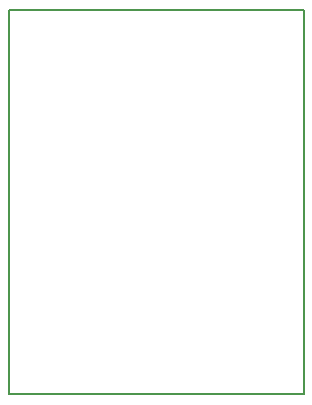
<source format=gbr>
G04 PROTEUS GERBER X2 FILE*
%TF.GenerationSoftware,Labcenter,Proteus,8.10-SP3-Build29560*%
%TF.CreationDate,2021-11-08T14:01:37+00:00*%
%TF.FileFunction,NonPlated,1,2,NPTH*%
%TF.FilePolarity,Positive*%
%TF.Part,Single*%
%TF.SameCoordinates,{7c1fb083-864a-452a-ad60-76d9de97a9ee}*%
%FSLAX45Y45*%
%MOMM*%
G01*
%TA.AperFunction,Profile*%
%ADD15C,0.203200*%
%TD.AperFunction*%
D15*
X-3250000Y+1750000D02*
X-750000Y+1750000D01*
X-750000Y+5000000D01*
X-3250000Y+5000000D01*
X-3250000Y+1750000D01*
M02*

</source>
